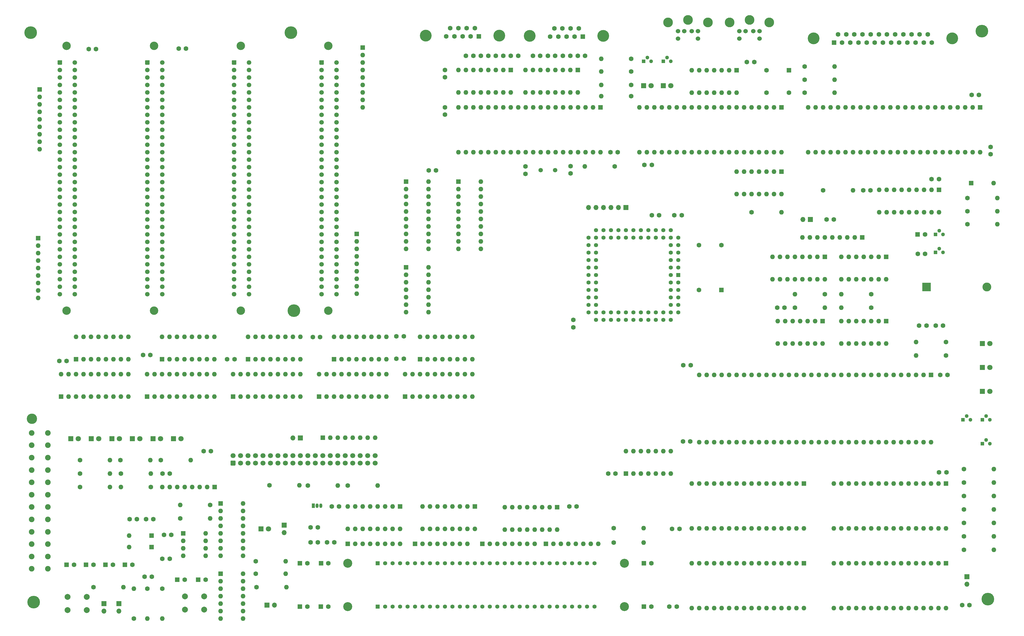
<source format=gbs>
G04 #@! TF.GenerationSoftware,KiCad,Pcbnew,(5.1.10)-1*
G04 #@! TF.CreationDate,2021-09-08T15:57:07+01:00*
G04 #@! TF.ProjectId,yddraig,79646472-6169-4672-9e6b-696361645f70,rev?*
G04 #@! TF.SameCoordinates,Original*
G04 #@! TF.FileFunction,Soldermask,Bot*
G04 #@! TF.FilePolarity,Negative*
%FSLAX46Y46*%
G04 Gerber Fmt 4.6, Leading zero omitted, Abs format (unit mm)*
G04 Created by KiCad (PCBNEW (5.1.10)-1) date 2021-09-08 15:57:07*
%MOMM*%
%LPD*%
G01*
G04 APERTURE LIST*
%ADD10O,1.600000X1.600000*%
%ADD11C,1.600000*%
%ADD12R,1.050000X1.500000*%
%ADD13O,1.050000X1.500000*%
%ADD14C,2.000000*%
%ADD15R,1.600000X1.600000*%
%ADD16C,3.048000*%
%ADD17C,1.397000*%
%ADD18R,1.397000X1.397000*%
%ADD19C,4.300000*%
%ADD20R,3.000000X3.000000*%
%ADD21C,3.000000*%
%ADD22C,1.422400*%
%ADD23R,1.422400X1.422400*%
%ADD24C,2.850000*%
%ADD25C,1.550000*%
%ADD26C,1.500000*%
%ADD27R,1.300000X1.300000*%
%ADD28C,1.300000*%
%ADD29C,1.700000*%
%ADD30O,1.700000X1.700000*%
%ADD31R,1.700000X1.700000*%
%ADD32C,4.000000*%
%ADD33C,3.300000*%
%ADD34C,1.524000*%
%ADD35C,3.505200*%
%ADD36C,1.905000*%
%ADD37C,1.800000*%
%ADD38R,1.800000X1.800000*%
G04 APERTURE END LIST*
D10*
X156760000Y-205700000D03*
D11*
X146600000Y-205700000D03*
D12*
X161560000Y-212600000D03*
D13*
X164100000Y-212600000D03*
X162830000Y-212600000D03*
D14*
X124460000Y-243404000D03*
X124460000Y-247904000D03*
X117960000Y-243404000D03*
X117960000Y-247904000D03*
X84582000Y-243586000D03*
X84582000Y-248086000D03*
X78082000Y-243586000D03*
X78082000Y-248086000D03*
D11*
X112736000Y-230632000D03*
X110236000Y-230632000D03*
D10*
X387985000Y-92456000D03*
X329565000Y-77216000D03*
X385445000Y-92456000D03*
X332105000Y-77216000D03*
X382905000Y-92456000D03*
X334645000Y-77216000D03*
X380365000Y-92456000D03*
X337185000Y-77216000D03*
X377825000Y-92456000D03*
X339725000Y-77216000D03*
X375285000Y-92456000D03*
X342265000Y-77216000D03*
X372745000Y-92456000D03*
X344805000Y-77216000D03*
X370205000Y-92456000D03*
X347345000Y-77216000D03*
X367665000Y-92456000D03*
X349885000Y-77216000D03*
X365125000Y-92456000D03*
X352425000Y-77216000D03*
X362585000Y-92456000D03*
X354965000Y-77216000D03*
X360045000Y-92456000D03*
X357505000Y-77216000D03*
X357505000Y-92456000D03*
X360045000Y-77216000D03*
X354965000Y-92456000D03*
X362585000Y-77216000D03*
X352425000Y-92456000D03*
X365125000Y-77216000D03*
X349885000Y-92456000D03*
X367665000Y-77216000D03*
X347345000Y-92456000D03*
X370205000Y-77216000D03*
X344805000Y-92456000D03*
X372745000Y-77216000D03*
X342265000Y-92456000D03*
X375285000Y-77216000D03*
X339725000Y-92456000D03*
X377825000Y-77216000D03*
X337185000Y-92456000D03*
X380365000Y-77216000D03*
X334645000Y-92456000D03*
X382905000Y-77216000D03*
X332105000Y-92456000D03*
X385445000Y-77216000D03*
X329565000Y-92456000D03*
D15*
X387985000Y-77216000D03*
D16*
X173228000Y-232156000D03*
X267208000Y-232156000D03*
D17*
X257048000Y-232156000D03*
X254508000Y-232156000D03*
X251968000Y-232156000D03*
X249428000Y-232156000D03*
X246888000Y-232156000D03*
X244348000Y-232156000D03*
X241808000Y-232156000D03*
X239268000Y-232156000D03*
X236728000Y-232156000D03*
X234188000Y-232156000D03*
X231648000Y-232156000D03*
X229108000Y-232156000D03*
X226568000Y-232156000D03*
X224028000Y-232156000D03*
X221488000Y-232156000D03*
X218948000Y-232156000D03*
X216408000Y-232156000D03*
X213868000Y-232156000D03*
X211328000Y-232156000D03*
X208788000Y-232156000D03*
X206248000Y-232156000D03*
X203708000Y-232156000D03*
X201168000Y-232156000D03*
X198628000Y-232156000D03*
X196088000Y-232156000D03*
X193548000Y-232156000D03*
X191008000Y-232156000D03*
X188468000Y-232156000D03*
X185928000Y-232156000D03*
D18*
X183388000Y-232156000D03*
D11*
X375434000Y-151384000D03*
X372934000Y-151384000D03*
X369784000Y-151384000D03*
X367284000Y-151384000D03*
D10*
X183388000Y-205740000D03*
D11*
X173228000Y-205740000D03*
D10*
X191008000Y-225552000D03*
X188468000Y-225552000D03*
X185928000Y-225552000D03*
X183388000Y-225552000D03*
X180848000Y-225552000D03*
X178308000Y-225552000D03*
X175768000Y-225552000D03*
D15*
X173228000Y-225552000D03*
D10*
X258318000Y-225552000D03*
X255778000Y-225552000D03*
X253238000Y-225552000D03*
X250698000Y-225552000D03*
X248158000Y-225552000D03*
X245618000Y-225552000D03*
X243078000Y-225552000D03*
D15*
X240538000Y-225552000D03*
D10*
X213868000Y-225552000D03*
X211328000Y-225552000D03*
X208788000Y-225552000D03*
X206248000Y-225552000D03*
X203708000Y-225552000D03*
X201168000Y-225552000D03*
X198628000Y-225552000D03*
D15*
X196088000Y-225552000D03*
D10*
X236728000Y-225552000D03*
X234188000Y-225552000D03*
X231648000Y-225552000D03*
X229108000Y-225552000D03*
X226568000Y-225552000D03*
X224028000Y-225552000D03*
X221488000Y-225552000D03*
D15*
X218948000Y-225552000D03*
D10*
X110236000Y-206248000D03*
X112776000Y-206248000D03*
X115316000Y-206248000D03*
X117856000Y-206248000D03*
X120396000Y-206248000D03*
X122936000Y-206248000D03*
X125476000Y-206248000D03*
D15*
X128016000Y-206248000D03*
D10*
X182499000Y-189484000D03*
X179959000Y-189484000D03*
X177419000Y-189484000D03*
X174879000Y-189484000D03*
X172339000Y-189484000D03*
X169799000Y-189484000D03*
X167259000Y-189484000D03*
D15*
X164719000Y-189484000D03*
D11*
X246293000Y-59690000D03*
X248793000Y-59690000D03*
D19*
X153924000Y-51816000D03*
X154940000Y-146304000D03*
X388620000Y-51308000D03*
X390652000Y-244348000D03*
X66548000Y-245364000D03*
X65532000Y-51816000D03*
D10*
X356108000Y-157480000D03*
X340868000Y-149860000D03*
X353568000Y-157480000D03*
X343408000Y-149860000D03*
X351028000Y-157480000D03*
X345948000Y-149860000D03*
X348488000Y-157480000D03*
X348488000Y-149860000D03*
X345948000Y-157480000D03*
X351028000Y-149860000D03*
X343408000Y-157480000D03*
X353568000Y-149860000D03*
X340868000Y-157480000D03*
D15*
X356108000Y-149860000D03*
D10*
X334518000Y-157480000D03*
X319278000Y-149860000D03*
X331978000Y-157480000D03*
X321818000Y-149860000D03*
X329438000Y-157480000D03*
X324358000Y-149860000D03*
X326898000Y-157480000D03*
X326898000Y-149860000D03*
X324358000Y-157480000D03*
X329438000Y-149860000D03*
X321818000Y-157480000D03*
X331978000Y-149860000D03*
X319278000Y-157480000D03*
D15*
X334518000Y-149860000D03*
D10*
X320548000Y-106680000D03*
X305308000Y-99060000D03*
X318008000Y-106680000D03*
X307848000Y-99060000D03*
X315468000Y-106680000D03*
X310388000Y-99060000D03*
X312928000Y-106680000D03*
X312928000Y-99060000D03*
X310388000Y-106680000D03*
X315468000Y-99060000D03*
X307848000Y-106680000D03*
X318008000Y-99060000D03*
X305308000Y-106680000D03*
D15*
X320548000Y-99060000D03*
D10*
X169799000Y-205740000D03*
D11*
X159639000Y-205740000D03*
D20*
X369781000Y-138303000D03*
D21*
X390271000Y-138303000D03*
D10*
X273685000Y-225171000D03*
D11*
X263525000Y-225171000D03*
D22*
X280416000Y-149479000D03*
X277876000Y-149479000D03*
X275336000Y-149479000D03*
X272796000Y-149479000D03*
X270256000Y-149479000D03*
X267716000Y-149479000D03*
X265176000Y-149479000D03*
X262636000Y-149479000D03*
X260096000Y-149479000D03*
X257556000Y-149479000D03*
X280416000Y-146939000D03*
X277876000Y-146939000D03*
X275336000Y-146939000D03*
X272796000Y-146939000D03*
X270256000Y-146939000D03*
X267716000Y-146939000D03*
X265176000Y-146939000D03*
X262636000Y-146939000D03*
X260096000Y-146939000D03*
X257556000Y-146939000D03*
X255016000Y-146939000D03*
X255016000Y-144399000D03*
X255016000Y-141859000D03*
X255016000Y-139319000D03*
X255016000Y-136779000D03*
X255016000Y-134239000D03*
X255016000Y-131699000D03*
X255016000Y-129159000D03*
X255016000Y-126619000D03*
X255016000Y-124079000D03*
X255016000Y-121539000D03*
X257556000Y-144399000D03*
X257556000Y-141859000D03*
X257556000Y-139319000D03*
X257556000Y-136779000D03*
X257556000Y-134239000D03*
X257556000Y-131699000D03*
X257556000Y-129159000D03*
X257556000Y-126619000D03*
X257556000Y-124079000D03*
X257556000Y-121539000D03*
X257556000Y-118999000D03*
X260096000Y-118999000D03*
X262636000Y-118999000D03*
X265176000Y-118999000D03*
X267716000Y-118999000D03*
X270256000Y-118999000D03*
X272796000Y-118999000D03*
X275336000Y-118999000D03*
X277876000Y-118999000D03*
X280416000Y-118999000D03*
X282956000Y-118999000D03*
X260096000Y-121539000D03*
X262636000Y-121539000D03*
X265176000Y-121539000D03*
X267716000Y-121539000D03*
X270256000Y-121539000D03*
X272796000Y-121539000D03*
X275336000Y-121539000D03*
X277876000Y-121539000D03*
X280416000Y-121539000D03*
X282956000Y-121539000D03*
X285496000Y-146939000D03*
X285496000Y-144399000D03*
X285496000Y-141859000D03*
X285496000Y-139319000D03*
X285496000Y-136779000D03*
X285496000Y-121539000D03*
X285496000Y-124079000D03*
X285496000Y-126619000D03*
X285496000Y-129159000D03*
X285496000Y-131699000D03*
D23*
X285496000Y-134239000D03*
D22*
X282956000Y-149479000D03*
X282956000Y-146939000D03*
X282956000Y-144399000D03*
X282956000Y-141859000D03*
X282956000Y-139319000D03*
X282956000Y-136779000D03*
X282956000Y-124079000D03*
X282956000Y-126619000D03*
X282956000Y-129159000D03*
X282956000Y-131699000D03*
X282956000Y-134239000D03*
D10*
X320548000Y-92456000D03*
X272288000Y-77216000D03*
X318008000Y-92456000D03*
X274828000Y-77216000D03*
X315468000Y-92456000D03*
X277368000Y-77216000D03*
X312928000Y-92456000D03*
X279908000Y-77216000D03*
X310388000Y-92456000D03*
X282448000Y-77216000D03*
X307848000Y-92456000D03*
X284988000Y-77216000D03*
X305308000Y-92456000D03*
X287528000Y-77216000D03*
X302768000Y-92456000D03*
X290068000Y-77216000D03*
X300228000Y-92456000D03*
X292608000Y-77216000D03*
X297688000Y-92456000D03*
X295148000Y-77216000D03*
X295148000Y-92456000D03*
X297688000Y-77216000D03*
X292608000Y-92456000D03*
X300228000Y-77216000D03*
X290068000Y-92456000D03*
X302768000Y-77216000D03*
X287528000Y-92456000D03*
X305308000Y-77216000D03*
X284988000Y-92456000D03*
X307848000Y-77216000D03*
X282448000Y-92456000D03*
X310388000Y-77216000D03*
X279908000Y-92456000D03*
X312928000Y-77216000D03*
X277368000Y-92456000D03*
X315468000Y-77216000D03*
X274828000Y-92456000D03*
X318008000Y-77216000D03*
X272288000Y-92456000D03*
D15*
X320548000Y-77216000D03*
D24*
X166578000Y-146346000D03*
X166578000Y-56346000D03*
D25*
X169418000Y-140716000D03*
X169418000Y-138176000D03*
X169418000Y-135636000D03*
X169418000Y-133096000D03*
X169418000Y-130556000D03*
X169418000Y-128016000D03*
X169418000Y-125476000D03*
X169418000Y-122936000D03*
X169418000Y-120396000D03*
X169418000Y-117856000D03*
X169418000Y-115316000D03*
X169418000Y-112776000D03*
X169418000Y-110236000D03*
X169418000Y-107696000D03*
X169418000Y-105156000D03*
X169418000Y-102616000D03*
X169418000Y-100076000D03*
X169418000Y-97536000D03*
X169418000Y-94996000D03*
X169418000Y-92456000D03*
X169418000Y-89916000D03*
X169418000Y-87376000D03*
X169418000Y-84836000D03*
X169418000Y-82296000D03*
X169418000Y-79756000D03*
X169418000Y-77216000D03*
X169418000Y-74676000D03*
X169418000Y-72136000D03*
X169418000Y-69596000D03*
X169418000Y-67056000D03*
X169418000Y-64516000D03*
X169418000Y-61976000D03*
X164338000Y-140716000D03*
X164338000Y-138176000D03*
X164338000Y-135636000D03*
X164338000Y-133096000D03*
X164338000Y-130556000D03*
X164338000Y-128016000D03*
X164338000Y-125476000D03*
X164338000Y-122936000D03*
X164338000Y-120396000D03*
X164338000Y-117856000D03*
X164338000Y-115316000D03*
X164338000Y-112776000D03*
X164338000Y-110236000D03*
X164338000Y-107696000D03*
X164338000Y-105156000D03*
X164338000Y-102616000D03*
X164338000Y-100076000D03*
X164338000Y-97536000D03*
X164338000Y-94996000D03*
X164338000Y-92456000D03*
X164338000Y-89916000D03*
X164338000Y-87376000D03*
X164338000Y-84836000D03*
X164338000Y-82296000D03*
X164338000Y-79756000D03*
X164338000Y-77216000D03*
X164338000Y-74676000D03*
X164338000Y-72136000D03*
X164338000Y-69596000D03*
X164338000Y-67056000D03*
X164338000Y-64516000D03*
G36*
G01*
X163563000Y-62501002D02*
X163563000Y-61450998D01*
G75*
G02*
X163812998Y-61201000I249998J0D01*
G01*
X164863002Y-61201000D01*
G75*
G02*
X165113000Y-61450998I0J-249998D01*
G01*
X165113000Y-62501002D01*
G75*
G02*
X164863002Y-62751000I-249998J0D01*
G01*
X163812998Y-62751000D01*
G75*
G02*
X163563000Y-62501002I0J249998D01*
G01*
G37*
D10*
X328168000Y-247396000D03*
X290068000Y-232156000D03*
X325628000Y-247396000D03*
X292608000Y-232156000D03*
X323088000Y-247396000D03*
X295148000Y-232156000D03*
X320548000Y-247396000D03*
X297688000Y-232156000D03*
X318008000Y-247396000D03*
X300228000Y-232156000D03*
X315468000Y-247396000D03*
X302768000Y-232156000D03*
X312928000Y-247396000D03*
X305308000Y-232156000D03*
X310388000Y-247396000D03*
X307848000Y-232156000D03*
X307848000Y-247396000D03*
X310388000Y-232156000D03*
X305308000Y-247396000D03*
X312928000Y-232156000D03*
X302768000Y-247396000D03*
X315468000Y-232156000D03*
X300228000Y-247396000D03*
X318008000Y-232156000D03*
X297688000Y-247396000D03*
X320548000Y-232156000D03*
X295148000Y-247396000D03*
X323088000Y-232156000D03*
X292608000Y-247396000D03*
X325628000Y-232156000D03*
X290068000Y-247396000D03*
D15*
X328168000Y-232156000D03*
G36*
G01*
X133845000Y-62501002D02*
X133845000Y-61450998D01*
G75*
G02*
X134094998Y-61201000I249998J0D01*
G01*
X135145002Y-61201000D01*
G75*
G02*
X135395000Y-61450998I0J-249998D01*
G01*
X135395000Y-62501002D01*
G75*
G02*
X135145002Y-62751000I-249998J0D01*
G01*
X134094998Y-62751000D01*
G75*
G02*
X133845000Y-62501002I0J249998D01*
G01*
G37*
D25*
X134620000Y-64516000D03*
X134620000Y-67056000D03*
X134620000Y-69596000D03*
X134620000Y-72136000D03*
X134620000Y-74676000D03*
X134620000Y-77216000D03*
X134620000Y-79756000D03*
X134620000Y-82296000D03*
X134620000Y-84836000D03*
X134620000Y-87376000D03*
X134620000Y-89916000D03*
X134620000Y-92456000D03*
X134620000Y-94996000D03*
X134620000Y-97536000D03*
X134620000Y-100076000D03*
X134620000Y-102616000D03*
X134620000Y-105156000D03*
X134620000Y-107696000D03*
X134620000Y-110236000D03*
X134620000Y-112776000D03*
X134620000Y-115316000D03*
X134620000Y-117856000D03*
X134620000Y-120396000D03*
X134620000Y-122936000D03*
X134620000Y-125476000D03*
X134620000Y-128016000D03*
X134620000Y-130556000D03*
X134620000Y-133096000D03*
X134620000Y-135636000D03*
X134620000Y-138176000D03*
X134620000Y-140716000D03*
X139700000Y-61976000D03*
X139700000Y-64516000D03*
X139700000Y-67056000D03*
X139700000Y-69596000D03*
X139700000Y-72136000D03*
X139700000Y-74676000D03*
X139700000Y-77216000D03*
X139700000Y-79756000D03*
X139700000Y-82296000D03*
X139700000Y-84836000D03*
X139700000Y-87376000D03*
X139700000Y-89916000D03*
X139700000Y-92456000D03*
X139700000Y-94996000D03*
X139700000Y-97536000D03*
X139700000Y-100076000D03*
X139700000Y-102616000D03*
X139700000Y-105156000D03*
X139700000Y-107696000D03*
X139700000Y-110236000D03*
X139700000Y-112776000D03*
X139700000Y-115316000D03*
X139700000Y-117856000D03*
X139700000Y-120396000D03*
X139700000Y-122936000D03*
X139700000Y-125476000D03*
X139700000Y-128016000D03*
X139700000Y-130556000D03*
X139700000Y-133096000D03*
X139700000Y-135636000D03*
X139700000Y-138176000D03*
X139700000Y-140716000D03*
D24*
X136860000Y-56346000D03*
X136860000Y-146346000D03*
X107396000Y-146346000D03*
X107396000Y-56346000D03*
D25*
X110236000Y-140716000D03*
X110236000Y-138176000D03*
X110236000Y-135636000D03*
X110236000Y-133096000D03*
X110236000Y-130556000D03*
X110236000Y-128016000D03*
X110236000Y-125476000D03*
X110236000Y-122936000D03*
X110236000Y-120396000D03*
X110236000Y-117856000D03*
X110236000Y-115316000D03*
X110236000Y-112776000D03*
X110236000Y-110236000D03*
X110236000Y-107696000D03*
X110236000Y-105156000D03*
X110236000Y-102616000D03*
X110236000Y-100076000D03*
X110236000Y-97536000D03*
X110236000Y-94996000D03*
X110236000Y-92456000D03*
X110236000Y-89916000D03*
X110236000Y-87376000D03*
X110236000Y-84836000D03*
X110236000Y-82296000D03*
X110236000Y-79756000D03*
X110236000Y-77216000D03*
X110236000Y-74676000D03*
X110236000Y-72136000D03*
X110236000Y-69596000D03*
X110236000Y-67056000D03*
X110236000Y-64516000D03*
X110236000Y-61976000D03*
X105156000Y-140716000D03*
X105156000Y-138176000D03*
X105156000Y-135636000D03*
X105156000Y-133096000D03*
X105156000Y-130556000D03*
X105156000Y-128016000D03*
X105156000Y-125476000D03*
X105156000Y-122936000D03*
X105156000Y-120396000D03*
X105156000Y-117856000D03*
X105156000Y-115316000D03*
X105156000Y-112776000D03*
X105156000Y-110236000D03*
X105156000Y-107696000D03*
X105156000Y-105156000D03*
X105156000Y-102616000D03*
X105156000Y-100076000D03*
X105156000Y-97536000D03*
X105156000Y-94996000D03*
X105156000Y-92456000D03*
X105156000Y-89916000D03*
X105156000Y-87376000D03*
X105156000Y-84836000D03*
X105156000Y-82296000D03*
X105156000Y-79756000D03*
X105156000Y-77216000D03*
X105156000Y-74676000D03*
X105156000Y-72136000D03*
X105156000Y-69596000D03*
X105156000Y-67056000D03*
X105156000Y-64516000D03*
G36*
G01*
X104381000Y-62501002D02*
X104381000Y-61450998D01*
G75*
G02*
X104630998Y-61201000I249998J0D01*
G01*
X105681002Y-61201000D01*
G75*
G02*
X105931000Y-61450998I0J-249998D01*
G01*
X105931000Y-62501002D01*
G75*
G02*
X105681002Y-62751000I-249998J0D01*
G01*
X104630998Y-62751000D01*
G75*
G02*
X104381000Y-62501002I0J249998D01*
G01*
G37*
D10*
X376428000Y-220345000D03*
X338328000Y-205105000D03*
X373888000Y-220345000D03*
X340868000Y-205105000D03*
X371348000Y-220345000D03*
X343408000Y-205105000D03*
X368808000Y-220345000D03*
X345948000Y-205105000D03*
X366268000Y-220345000D03*
X348488000Y-205105000D03*
X363728000Y-220345000D03*
X351028000Y-205105000D03*
X361188000Y-220345000D03*
X353568000Y-205105000D03*
X358648000Y-220345000D03*
X356108000Y-205105000D03*
X356108000Y-220345000D03*
X358648000Y-205105000D03*
X353568000Y-220345000D03*
X361188000Y-205105000D03*
X351028000Y-220345000D03*
X363728000Y-205105000D03*
X348488000Y-220345000D03*
X366268000Y-205105000D03*
X345948000Y-220345000D03*
X368808000Y-205105000D03*
X343408000Y-220345000D03*
X371348000Y-205105000D03*
X340868000Y-220345000D03*
X373888000Y-205105000D03*
X338328000Y-220345000D03*
D15*
X376428000Y-205105000D03*
D10*
X200660000Y-131572000D03*
X193040000Y-146812000D03*
X200660000Y-134112000D03*
X193040000Y-144272000D03*
X200660000Y-136652000D03*
X193040000Y-141732000D03*
X200660000Y-139192000D03*
X193040000Y-139192000D03*
X200660000Y-141732000D03*
X193040000Y-136652000D03*
X200660000Y-144272000D03*
X193040000Y-134112000D03*
X200660000Y-146812000D03*
D15*
X193040000Y-131572000D03*
D26*
X238760000Y-98552000D03*
X243660000Y-98552000D03*
D11*
X315468000Y-64643000D03*
X315468000Y-72263000D03*
X323088000Y-72263000D03*
D15*
X323088000Y-64643000D03*
D11*
X300101000Y-124079000D03*
X292481000Y-124079000D03*
X292481000Y-139319000D03*
D15*
X300101000Y-139319000D03*
D10*
X200660000Y-102489000D03*
X193040000Y-125349000D03*
X200660000Y-105029000D03*
X193040000Y-122809000D03*
X200660000Y-107569000D03*
X193040000Y-120269000D03*
X200660000Y-110109000D03*
X193040000Y-117729000D03*
X200660000Y-112649000D03*
X193040000Y-115189000D03*
X200660000Y-115189000D03*
X193040000Y-112649000D03*
X200660000Y-117729000D03*
X193040000Y-110109000D03*
X200660000Y-120269000D03*
X193040000Y-107569000D03*
X200660000Y-122809000D03*
X193040000Y-105029000D03*
X200660000Y-125349000D03*
D15*
X193040000Y-102489000D03*
D10*
X192659000Y-167894000D03*
X215519000Y-175514000D03*
X195199000Y-167894000D03*
X212979000Y-175514000D03*
X197739000Y-167894000D03*
X210439000Y-175514000D03*
X200279000Y-167894000D03*
X207899000Y-175514000D03*
X202819000Y-167894000D03*
X205359000Y-175514000D03*
X205359000Y-167894000D03*
X202819000Y-175514000D03*
X207899000Y-167894000D03*
X200279000Y-175514000D03*
X210439000Y-167894000D03*
X197739000Y-175514000D03*
X212979000Y-167894000D03*
X195199000Y-175514000D03*
X215519000Y-167894000D03*
D15*
X192659000Y-175514000D03*
D10*
X163449000Y-167894000D03*
X186309000Y-175514000D03*
X165989000Y-167894000D03*
X183769000Y-175514000D03*
X168529000Y-167894000D03*
X181229000Y-175514000D03*
X171069000Y-167894000D03*
X178689000Y-175514000D03*
X173609000Y-167894000D03*
X176149000Y-175514000D03*
X176149000Y-167894000D03*
X173609000Y-175514000D03*
X178689000Y-167894000D03*
X171069000Y-175514000D03*
X181229000Y-167894000D03*
X168529000Y-175514000D03*
X183769000Y-167894000D03*
X165989000Y-175514000D03*
X186309000Y-167894000D03*
D15*
X163449000Y-175514000D03*
D10*
X218440000Y-102489000D03*
X210820000Y-125349000D03*
X218440000Y-105029000D03*
X210820000Y-122809000D03*
X218440000Y-107569000D03*
X210820000Y-120269000D03*
X218440000Y-110109000D03*
X210820000Y-117729000D03*
X218440000Y-112649000D03*
X210820000Y-115189000D03*
X218440000Y-115189000D03*
X210820000Y-112649000D03*
X218440000Y-117729000D03*
X210820000Y-110109000D03*
X218440000Y-120269000D03*
X210820000Y-107569000D03*
X218440000Y-122809000D03*
X210820000Y-105029000D03*
X218440000Y-125349000D03*
D15*
X210820000Y-102489000D03*
D10*
X134239000Y-167894000D03*
X157099000Y-175514000D03*
X136779000Y-167894000D03*
X154559000Y-175514000D03*
X139319000Y-167894000D03*
X152019000Y-175514000D03*
X141859000Y-167894000D03*
X149479000Y-175514000D03*
X144399000Y-167894000D03*
X146939000Y-175514000D03*
X146939000Y-167894000D03*
X144399000Y-175514000D03*
X149479000Y-167894000D03*
X141859000Y-175514000D03*
X152019000Y-167894000D03*
X139319000Y-175514000D03*
X154559000Y-167894000D03*
X136779000Y-175514000D03*
X157099000Y-167894000D03*
D15*
X134239000Y-175514000D03*
D10*
X105029000Y-167894000D03*
X127889000Y-175514000D03*
X107569000Y-167894000D03*
X125349000Y-175514000D03*
X110109000Y-167894000D03*
X122809000Y-175514000D03*
X112649000Y-167894000D03*
X120269000Y-175514000D03*
X115189000Y-167894000D03*
X117729000Y-175514000D03*
X117729000Y-167894000D03*
X115189000Y-175514000D03*
X120269000Y-167894000D03*
X112649000Y-175514000D03*
X122809000Y-167894000D03*
X110109000Y-175514000D03*
X125349000Y-167894000D03*
X107569000Y-175514000D03*
X127889000Y-167894000D03*
D15*
X105029000Y-175514000D03*
D10*
X75819000Y-167894000D03*
X98679000Y-175514000D03*
X78359000Y-167894000D03*
X96139000Y-175514000D03*
X80899000Y-167894000D03*
X93599000Y-175514000D03*
X83439000Y-167894000D03*
X91059000Y-175514000D03*
X85979000Y-167894000D03*
X88519000Y-175514000D03*
X88519000Y-167894000D03*
X85979000Y-175514000D03*
X91059000Y-167894000D03*
X83439000Y-175514000D03*
X93599000Y-167894000D03*
X80899000Y-175514000D03*
X96139000Y-167894000D03*
X78359000Y-175514000D03*
X98679000Y-167894000D03*
D15*
X75819000Y-175514000D03*
D10*
X244348000Y-220726000D03*
X226568000Y-213106000D03*
X241808000Y-220726000D03*
X229108000Y-213106000D03*
X239268000Y-220726000D03*
X231648000Y-213106000D03*
X236728000Y-220726000D03*
X234188000Y-213106000D03*
X234188000Y-220726000D03*
X236728000Y-213106000D03*
X231648000Y-220726000D03*
X239268000Y-213106000D03*
X229108000Y-220726000D03*
X241808000Y-213106000D03*
X226568000Y-220726000D03*
D15*
X244348000Y-213106000D03*
D10*
X216408000Y-220472000D03*
X198628000Y-212852000D03*
X213868000Y-220472000D03*
X201168000Y-212852000D03*
X211328000Y-220472000D03*
X203708000Y-212852000D03*
X208788000Y-220472000D03*
X206248000Y-212852000D03*
X206248000Y-220472000D03*
X208788000Y-212852000D03*
X203708000Y-220472000D03*
X211328000Y-212852000D03*
X201168000Y-220472000D03*
X213868000Y-212852000D03*
X198628000Y-220472000D03*
D15*
X216408000Y-212852000D03*
D10*
X191008000Y-220472000D03*
X173228000Y-212852000D03*
X188468000Y-220472000D03*
X175768000Y-212852000D03*
X185928000Y-220472000D03*
X178308000Y-212852000D03*
X183388000Y-220472000D03*
X180848000Y-212852000D03*
X180848000Y-220472000D03*
X183388000Y-212852000D03*
X178308000Y-220472000D03*
X185928000Y-212852000D03*
X175768000Y-220472000D03*
X188468000Y-212852000D03*
X173228000Y-220472000D03*
D15*
X191008000Y-212852000D03*
D10*
X137668000Y-211836000D03*
X130048000Y-229616000D03*
X137668000Y-214376000D03*
X130048000Y-227076000D03*
X137668000Y-216916000D03*
X130048000Y-224536000D03*
X137668000Y-219456000D03*
X130048000Y-221996000D03*
X137668000Y-221996000D03*
X130048000Y-219456000D03*
X137668000Y-224536000D03*
X130048000Y-216916000D03*
X137668000Y-227076000D03*
X130048000Y-214376000D03*
X137668000Y-229616000D03*
D15*
X130048000Y-211836000D03*
X374015000Y-105283000D03*
D10*
X353695000Y-112903000D03*
X371475000Y-105283000D03*
X356235000Y-112903000D03*
X368935000Y-105283000D03*
X358775000Y-112903000D03*
X366395000Y-105283000D03*
X361315000Y-112903000D03*
X363855000Y-105283000D03*
X363855000Y-112903000D03*
X361315000Y-105283000D03*
X366395000Y-112903000D03*
X358775000Y-105283000D03*
X368935000Y-112903000D03*
X356235000Y-105283000D03*
X371475000Y-112903000D03*
X353695000Y-105283000D03*
X374015000Y-112903000D03*
X251333000Y-72136000D03*
X233553000Y-64516000D03*
X248793000Y-72136000D03*
X236093000Y-64516000D03*
X246253000Y-72136000D03*
X238633000Y-64516000D03*
X243713000Y-72136000D03*
X241173000Y-64516000D03*
X241173000Y-72136000D03*
X243713000Y-64516000D03*
X238633000Y-72136000D03*
X246253000Y-64516000D03*
X236093000Y-72136000D03*
X248793000Y-64516000D03*
X233553000Y-72136000D03*
D15*
X251333000Y-64516000D03*
D10*
X228600000Y-72136000D03*
X210820000Y-64516000D03*
X226060000Y-72136000D03*
X213360000Y-64516000D03*
X223520000Y-72136000D03*
X215900000Y-64516000D03*
X220980000Y-72136000D03*
X218440000Y-64516000D03*
X218440000Y-72136000D03*
X220980000Y-64516000D03*
X215900000Y-72136000D03*
X223520000Y-64516000D03*
X213360000Y-72136000D03*
X226060000Y-64516000D03*
X210820000Y-72136000D03*
D15*
X228600000Y-64516000D03*
D10*
X305308000Y-72263000D03*
X290068000Y-64643000D03*
X302768000Y-72263000D03*
X292608000Y-64643000D03*
X300228000Y-72263000D03*
X295148000Y-64643000D03*
X297688000Y-72263000D03*
X297688000Y-64643000D03*
X295148000Y-72263000D03*
X300228000Y-64643000D03*
X292608000Y-72263000D03*
X302768000Y-64643000D03*
X290068000Y-72263000D03*
D15*
X305308000Y-64643000D03*
D10*
X259080000Y-92456000D03*
X210820000Y-77216000D03*
X256540000Y-92456000D03*
X213360000Y-77216000D03*
X254000000Y-92456000D03*
X215900000Y-77216000D03*
X251460000Y-92456000D03*
X218440000Y-77216000D03*
X248920000Y-92456000D03*
X220980000Y-77216000D03*
X246380000Y-92456000D03*
X223520000Y-77216000D03*
X243840000Y-92456000D03*
X226060000Y-77216000D03*
X241300000Y-92456000D03*
X228600000Y-77216000D03*
X238760000Y-92456000D03*
X231140000Y-77216000D03*
X236220000Y-92456000D03*
X233680000Y-77216000D03*
X233680000Y-92456000D03*
X236220000Y-77216000D03*
X231140000Y-92456000D03*
X238760000Y-77216000D03*
X228600000Y-92456000D03*
X241300000Y-77216000D03*
X226060000Y-92456000D03*
X243840000Y-77216000D03*
X223520000Y-92456000D03*
X246380000Y-77216000D03*
X220980000Y-92456000D03*
X248920000Y-77216000D03*
X218440000Y-92456000D03*
X251460000Y-77216000D03*
X215900000Y-92456000D03*
X254000000Y-77216000D03*
X213360000Y-92456000D03*
X256540000Y-77216000D03*
X210820000Y-92456000D03*
D15*
X259080000Y-77216000D03*
D10*
X335280000Y-135636000D03*
X317500000Y-128016000D03*
X332740000Y-135636000D03*
X320040000Y-128016000D03*
X330200000Y-135636000D03*
X322580000Y-128016000D03*
X327660000Y-135636000D03*
X325120000Y-128016000D03*
X325120000Y-135636000D03*
X327660000Y-128016000D03*
X322580000Y-135636000D03*
X330200000Y-128016000D03*
X320040000Y-135636000D03*
X332740000Y-128016000D03*
X317500000Y-135636000D03*
D15*
X335280000Y-128016000D03*
D10*
X356108000Y-135636000D03*
X340868000Y-128016000D03*
X353568000Y-135636000D03*
X343408000Y-128016000D03*
X351028000Y-135636000D03*
X345948000Y-128016000D03*
X348488000Y-135636000D03*
X348488000Y-128016000D03*
X345948000Y-135636000D03*
X351028000Y-128016000D03*
X343408000Y-135636000D03*
X353568000Y-128016000D03*
X340868000Y-135636000D03*
D15*
X356108000Y-128016000D03*
D10*
X328168000Y-220345000D03*
X290068000Y-205105000D03*
X325628000Y-220345000D03*
X292608000Y-205105000D03*
X323088000Y-220345000D03*
X295148000Y-205105000D03*
X320548000Y-220345000D03*
X297688000Y-205105000D03*
X318008000Y-220345000D03*
X300228000Y-205105000D03*
X315468000Y-220345000D03*
X302768000Y-205105000D03*
X312928000Y-220345000D03*
X305308000Y-205105000D03*
X310388000Y-220345000D03*
X307848000Y-205105000D03*
X307848000Y-220345000D03*
X310388000Y-205105000D03*
X305308000Y-220345000D03*
X312928000Y-205105000D03*
X302768000Y-220345000D03*
X315468000Y-205105000D03*
X300228000Y-220345000D03*
X318008000Y-205105000D03*
X297688000Y-220345000D03*
X320548000Y-205105000D03*
X295148000Y-220345000D03*
X323088000Y-205105000D03*
X292608000Y-220345000D03*
X325628000Y-205105000D03*
X290068000Y-220345000D03*
D15*
X328168000Y-205105000D03*
D10*
X376428000Y-247396000D03*
X338328000Y-232156000D03*
X373888000Y-247396000D03*
X340868000Y-232156000D03*
X371348000Y-247396000D03*
X343408000Y-232156000D03*
X368808000Y-247396000D03*
X345948000Y-232156000D03*
X366268000Y-247396000D03*
X348488000Y-232156000D03*
X363728000Y-247396000D03*
X351028000Y-232156000D03*
X361188000Y-247396000D03*
X353568000Y-232156000D03*
X358648000Y-247396000D03*
X356108000Y-232156000D03*
X356108000Y-247396000D03*
X358648000Y-232156000D03*
X353568000Y-247396000D03*
X361188000Y-232156000D03*
X351028000Y-247396000D03*
X363728000Y-232156000D03*
X348488000Y-247396000D03*
X366268000Y-232156000D03*
X345948000Y-247396000D03*
X368808000Y-232156000D03*
X343408000Y-247396000D03*
X371348000Y-232156000D03*
X340868000Y-247396000D03*
X373888000Y-232156000D03*
X338328000Y-247396000D03*
D15*
X376428000Y-232156000D03*
D10*
X267716000Y-194056000D03*
X282956000Y-201676000D03*
X270256000Y-194056000D03*
X280416000Y-201676000D03*
X272796000Y-194056000D03*
X277876000Y-201676000D03*
X275336000Y-194056000D03*
X275336000Y-201676000D03*
X277876000Y-194056000D03*
X272796000Y-201676000D03*
X280416000Y-194056000D03*
X270256000Y-201676000D03*
X282956000Y-194056000D03*
D15*
X267716000Y-201676000D03*
D10*
X371348000Y-191008000D03*
X292608000Y-168148000D03*
X368808000Y-191008000D03*
X295148000Y-168148000D03*
X366268000Y-191008000D03*
X297688000Y-168148000D03*
X363728000Y-191008000D03*
X300228000Y-168148000D03*
X361188000Y-191008000D03*
X302768000Y-168148000D03*
X358648000Y-191008000D03*
X305308000Y-168148000D03*
X356108000Y-191008000D03*
X307848000Y-168148000D03*
X353568000Y-191008000D03*
X310388000Y-168148000D03*
X351028000Y-191008000D03*
X312928000Y-168148000D03*
X348488000Y-191008000D03*
X315468000Y-168148000D03*
X345948000Y-191008000D03*
X318008000Y-168148000D03*
X343408000Y-191008000D03*
X320548000Y-168148000D03*
X340868000Y-191008000D03*
X323088000Y-168148000D03*
X338328000Y-191008000D03*
X325628000Y-168148000D03*
X335788000Y-191008000D03*
X328168000Y-168148000D03*
X333248000Y-191008000D03*
X330708000Y-168148000D03*
X330708000Y-191008000D03*
X333248000Y-168148000D03*
X328168000Y-191008000D03*
X335788000Y-168148000D03*
X325628000Y-191008000D03*
X338328000Y-168148000D03*
X323088000Y-191008000D03*
X340868000Y-168148000D03*
X320548000Y-191008000D03*
X343408000Y-168148000D03*
X318008000Y-191008000D03*
X345948000Y-168148000D03*
X315468000Y-191008000D03*
X348488000Y-168148000D03*
X312928000Y-191008000D03*
X351028000Y-168148000D03*
X310388000Y-191008000D03*
X353568000Y-168148000D03*
X307848000Y-191008000D03*
X356108000Y-168148000D03*
X305308000Y-191008000D03*
X358648000Y-168148000D03*
X302768000Y-191008000D03*
X361188000Y-168148000D03*
X300228000Y-191008000D03*
X363728000Y-168148000D03*
X297688000Y-191008000D03*
X366268000Y-168148000D03*
X295148000Y-191008000D03*
X368808000Y-168148000D03*
X292608000Y-191008000D03*
D15*
X371348000Y-168148000D03*
D10*
X124968000Y-221996000D03*
X117348000Y-229616000D03*
X124968000Y-224536000D03*
X117348000Y-227076000D03*
X124968000Y-227076000D03*
X117348000Y-224536000D03*
X124968000Y-229616000D03*
D15*
X117348000Y-221996000D03*
D10*
X137668000Y-235712000D03*
X130048000Y-250952000D03*
X137668000Y-238252000D03*
X130048000Y-248412000D03*
X137668000Y-240792000D03*
X130048000Y-245872000D03*
X137668000Y-243332000D03*
X130048000Y-243332000D03*
X137668000Y-245872000D03*
X130048000Y-240792000D03*
X137668000Y-248412000D03*
X130048000Y-238252000D03*
X137668000Y-250952000D03*
D15*
X130048000Y-235712000D03*
D10*
X68580000Y-91440000D03*
X68580000Y-88900000D03*
X68580000Y-86360000D03*
X68580000Y-83820000D03*
X68580000Y-81280000D03*
X68580000Y-78740000D03*
X68580000Y-76200000D03*
X68580000Y-73660000D03*
D15*
X68580000Y-71120000D03*
D10*
X178308000Y-77216000D03*
X178308000Y-74676000D03*
X178308000Y-72136000D03*
X178308000Y-69596000D03*
X178308000Y-67056000D03*
X178308000Y-64516000D03*
X178308000Y-61976000D03*
X178308000Y-59436000D03*
D15*
X178308000Y-56896000D03*
D10*
X197739000Y-155194000D03*
X215519000Y-162814000D03*
X200279000Y-155194000D03*
X212979000Y-162814000D03*
X202819000Y-155194000D03*
X210439000Y-162814000D03*
X205359000Y-155194000D03*
X207899000Y-162814000D03*
X207899000Y-155194000D03*
X205359000Y-162814000D03*
X210439000Y-155194000D03*
X202819000Y-162814000D03*
X212979000Y-155194000D03*
X200279000Y-162814000D03*
X215519000Y-155194000D03*
D15*
X197739000Y-162814000D03*
D10*
X168529000Y-155194000D03*
X186309000Y-162814000D03*
X171069000Y-155194000D03*
X183769000Y-162814000D03*
X173609000Y-155194000D03*
X181229000Y-162814000D03*
X176149000Y-155194000D03*
X178689000Y-162814000D03*
X178689000Y-155194000D03*
X176149000Y-162814000D03*
X181229000Y-155194000D03*
X173609000Y-162814000D03*
X183769000Y-155194000D03*
X171069000Y-162814000D03*
X186309000Y-155194000D03*
D15*
X168529000Y-162814000D03*
D10*
X139319000Y-155194000D03*
X157099000Y-162814000D03*
X141859000Y-155194000D03*
X154559000Y-162814000D03*
X144399000Y-155194000D03*
X152019000Y-162814000D03*
X146939000Y-155194000D03*
X149479000Y-162814000D03*
X149479000Y-155194000D03*
X146939000Y-162814000D03*
X152019000Y-155194000D03*
X144399000Y-162814000D03*
X154559000Y-155194000D03*
X141859000Y-162814000D03*
X157099000Y-155194000D03*
D15*
X139319000Y-162814000D03*
D10*
X110109000Y-155194000D03*
X127889000Y-162814000D03*
X112649000Y-155194000D03*
X125349000Y-162814000D03*
X115189000Y-155194000D03*
X122809000Y-162814000D03*
X117729000Y-155194000D03*
X120269000Y-162814000D03*
X120269000Y-155194000D03*
X117729000Y-162814000D03*
X122809000Y-155194000D03*
X115189000Y-162814000D03*
X125349000Y-155194000D03*
X112649000Y-162814000D03*
X127889000Y-155194000D03*
D15*
X110109000Y-162814000D03*
D10*
X80899000Y-155194000D03*
X98679000Y-162814000D03*
X83439000Y-155194000D03*
X96139000Y-162814000D03*
X85979000Y-155194000D03*
X93599000Y-162814000D03*
X88519000Y-155194000D03*
X91059000Y-162814000D03*
X91059000Y-155194000D03*
X88519000Y-162814000D03*
X93599000Y-155194000D03*
X85979000Y-162814000D03*
X96139000Y-155194000D03*
X83439000Y-162814000D03*
X98679000Y-155194000D03*
D15*
X80899000Y-162814000D03*
D10*
X176276000Y-140589000D03*
X176276000Y-138049000D03*
X176276000Y-135509000D03*
X176276000Y-132969000D03*
X176276000Y-130429000D03*
X176276000Y-127889000D03*
X176276000Y-125349000D03*
X176276000Y-122809000D03*
D15*
X176276000Y-120269000D03*
D10*
X68072000Y-141986000D03*
X68072000Y-139446000D03*
X68072000Y-136906000D03*
X68072000Y-134366000D03*
X68072000Y-131826000D03*
X68072000Y-129286000D03*
X68072000Y-126746000D03*
X68072000Y-124206000D03*
D15*
X68072000Y-121666000D03*
D10*
X327660000Y-121412000D03*
X330200000Y-121412000D03*
X332740000Y-121412000D03*
X335280000Y-121412000D03*
X337820000Y-121412000D03*
X340360000Y-121412000D03*
X342900000Y-121412000D03*
X345440000Y-121412000D03*
D15*
X347980000Y-121412000D03*
D10*
X273685000Y-220218000D03*
D11*
X263525000Y-220218000D03*
D10*
X152400000Y-240284000D03*
D11*
X142240000Y-240284000D03*
D10*
X152146000Y-235712000D03*
D11*
X141986000Y-235712000D03*
D10*
X152146000Y-231521000D03*
D11*
X141986000Y-231521000D03*
D10*
X393827000Y-116967000D03*
D11*
X383667000Y-116967000D03*
D10*
X393827000Y-108077000D03*
D11*
X383667000Y-108077000D03*
D10*
X393827000Y-112522000D03*
D11*
X383667000Y-112522000D03*
D10*
X338582000Y-63373000D03*
D11*
X328422000Y-63373000D03*
D10*
X259334000Y-69596000D03*
D11*
X269494000Y-69596000D03*
D10*
X259334000Y-60706000D03*
D11*
X269494000Y-60706000D03*
D10*
X259334000Y-73406000D03*
D11*
X269494000Y-73406000D03*
D10*
X259334000Y-65024000D03*
D11*
X269494000Y-65024000D03*
D10*
X338582000Y-72263000D03*
D11*
X328422000Y-72263000D03*
D10*
X338582000Y-67818000D03*
D11*
X328422000Y-67818000D03*
D10*
X253746000Y-97282000D03*
D11*
X263906000Y-97282000D03*
D10*
X320548000Y-112903000D03*
D11*
X310388000Y-112903000D03*
D10*
X392684000Y-218440000D03*
D11*
X382524000Y-218440000D03*
D10*
X392684000Y-223012000D03*
D11*
X382524000Y-223012000D03*
D10*
X392684000Y-227584000D03*
D11*
X382524000Y-227584000D03*
D10*
X392684000Y-209296000D03*
D11*
X382524000Y-209296000D03*
D10*
X392684000Y-213868000D03*
D11*
X382524000Y-213868000D03*
D10*
X392684000Y-204724000D03*
D11*
X382524000Y-204724000D03*
D10*
X392684000Y-200152000D03*
D11*
X382524000Y-200152000D03*
D10*
X344805000Y-105410000D03*
D11*
X334645000Y-105410000D03*
D10*
X126492000Y-216916000D03*
D11*
X116332000Y-216916000D03*
D10*
X116332000Y-212344000D03*
D11*
X126492000Y-212344000D03*
D10*
X366268000Y-161544000D03*
D11*
X376428000Y-161544000D03*
D10*
X110236000Y-250952000D03*
D11*
X110236000Y-240792000D03*
D10*
X366268000Y-156972000D03*
D11*
X376428000Y-156972000D03*
D10*
X335280000Y-145288000D03*
D11*
X325120000Y-145288000D03*
D10*
X340868000Y-145288000D03*
D11*
X351028000Y-145288000D03*
D10*
X325120000Y-140716000D03*
D11*
X335280000Y-140716000D03*
D10*
X340868000Y-140716000D03*
D11*
X351028000Y-140716000D03*
D10*
X100584000Y-240792000D03*
D11*
X100584000Y-250952000D03*
D10*
X119888000Y-197104000D03*
D11*
X109728000Y-197104000D03*
D10*
X96139000Y-206248000D03*
D11*
X106299000Y-206248000D03*
D10*
X106299000Y-201676000D03*
D11*
X96139000Y-201676000D03*
D10*
X106172000Y-197104000D03*
D11*
X96012000Y-197104000D03*
D10*
X92456000Y-206248000D03*
D11*
X82296000Y-206248000D03*
D10*
X92456000Y-201676000D03*
D11*
X82296000Y-201676000D03*
D10*
X92456000Y-197104000D03*
D11*
X82296000Y-197104000D03*
D10*
X105156000Y-250952000D03*
D11*
X105156000Y-240792000D03*
D10*
X97028000Y-240284000D03*
D11*
X86868000Y-240284000D03*
D27*
X372872000Y-120396000D03*
D28*
X375412000Y-120396000D03*
X374142000Y-119126000D03*
D27*
X372872000Y-126492000D03*
D28*
X375412000Y-126492000D03*
X374142000Y-125222000D03*
D27*
X273685000Y-61595000D03*
D28*
X276225000Y-61595000D03*
X274955000Y-60325000D03*
D27*
X280416000Y-61595000D03*
D28*
X282956000Y-61595000D03*
X281686000Y-60325000D03*
D27*
X388747000Y-183388000D03*
D28*
X391287000Y-183388000D03*
X390017000Y-182118000D03*
D27*
X388747000Y-191516000D03*
D28*
X391287000Y-191516000D03*
X390017000Y-190246000D03*
D27*
X382143000Y-183388000D03*
D28*
X384683000Y-183388000D03*
X383413000Y-182118000D03*
D16*
X173228000Y-246888000D03*
X267208000Y-246888000D03*
D17*
X257048000Y-246888000D03*
X254508000Y-246888000D03*
X251968000Y-246888000D03*
X249428000Y-246888000D03*
X246888000Y-246888000D03*
X244348000Y-246888000D03*
X241808000Y-246888000D03*
X239268000Y-246888000D03*
X236728000Y-246888000D03*
X234188000Y-246888000D03*
X231648000Y-246888000D03*
X229108000Y-246888000D03*
X226568000Y-246888000D03*
X224028000Y-246888000D03*
X221488000Y-246888000D03*
X218948000Y-246888000D03*
X216408000Y-246888000D03*
X213868000Y-246888000D03*
X211328000Y-246888000D03*
X208788000Y-246888000D03*
X206248000Y-246888000D03*
X203708000Y-246888000D03*
X201168000Y-246888000D03*
X198628000Y-246888000D03*
X196088000Y-246888000D03*
X193548000Y-246888000D03*
X191008000Y-246888000D03*
X188468000Y-246888000D03*
X185928000Y-246888000D03*
D18*
X183388000Y-246888000D03*
D29*
X182499000Y-195580000D03*
X179959000Y-195580000D03*
X177419000Y-195580000D03*
X174879000Y-195580000D03*
X172339000Y-195580000D03*
X169799000Y-195580000D03*
X167259000Y-195580000D03*
X164719000Y-195580000D03*
X162179000Y-195580000D03*
X159639000Y-195580000D03*
X157099000Y-195580000D03*
X154559000Y-195580000D03*
X152019000Y-195580000D03*
X149479000Y-195580000D03*
X146939000Y-195580000D03*
X144399000Y-195580000D03*
X141859000Y-195580000D03*
X139319000Y-195580000D03*
X136779000Y-195580000D03*
X134239000Y-195580000D03*
X182499000Y-198120000D03*
X179959000Y-198120000D03*
X177419000Y-198120000D03*
X174879000Y-198120000D03*
X172339000Y-198120000D03*
X169799000Y-198120000D03*
X167259000Y-198120000D03*
X164719000Y-198120000D03*
X162179000Y-198120000D03*
X159639000Y-198120000D03*
X157099000Y-198120000D03*
X154559000Y-198120000D03*
X152019000Y-198120000D03*
X149479000Y-198120000D03*
X146939000Y-198120000D03*
X144399000Y-198120000D03*
X141859000Y-198120000D03*
X139319000Y-198120000D03*
X136779000Y-198120000D03*
G36*
G01*
X134839000Y-198970000D02*
X133639000Y-198970000D01*
G75*
G02*
X133389000Y-198720000I0J250000D01*
G01*
X133389000Y-197520000D01*
G75*
G02*
X133639000Y-197270000I250000J0D01*
G01*
X134839000Y-197270000D01*
G75*
G02*
X135089000Y-197520000I0J-250000D01*
G01*
X135089000Y-198720000D01*
G75*
G02*
X134839000Y-198970000I-250000J0D01*
G01*
G37*
D30*
X154559000Y-189611000D03*
D31*
X157099000Y-189611000D03*
D30*
X151638000Y-221742000D03*
D31*
X151638000Y-219202000D03*
D32*
X331439000Y-53825000D03*
X378539000Y-53825000D03*
D11*
X370224000Y-52405000D03*
X367454000Y-52405000D03*
X364684000Y-52405000D03*
X361914000Y-52405000D03*
X359144000Y-52405000D03*
X356374000Y-52405000D03*
X353604000Y-52405000D03*
X350834000Y-52405000D03*
X348064000Y-52405000D03*
X345294000Y-52405000D03*
X342524000Y-52405000D03*
X339754000Y-52405000D03*
X371609000Y-55245000D03*
X368839000Y-55245000D03*
X366069000Y-55245000D03*
X363299000Y-55245000D03*
X360529000Y-55245000D03*
X357759000Y-55245000D03*
X354989000Y-55245000D03*
X352219000Y-55245000D03*
X349449000Y-55245000D03*
X346679000Y-55245000D03*
X343909000Y-55245000D03*
X341139000Y-55245000D03*
D15*
X338369000Y-55245000D03*
D32*
X235023000Y-52913000D03*
X260023000Y-52913000D03*
D11*
X243368000Y-50373000D03*
X246138000Y-50373000D03*
X248908000Y-50373000D03*
X251678000Y-50373000D03*
X241983000Y-53213000D03*
X244753000Y-53213000D03*
X247523000Y-53213000D03*
X250293000Y-53213000D03*
D15*
X253063000Y-53213000D03*
D32*
X199705000Y-52832000D03*
X224705000Y-52832000D03*
D11*
X208050000Y-50292000D03*
X210820000Y-50292000D03*
X213590000Y-50292000D03*
X216360000Y-50292000D03*
X206665000Y-53132000D03*
X209435000Y-53132000D03*
X212205000Y-53132000D03*
X214975000Y-53132000D03*
D15*
X217745000Y-53132000D03*
D33*
X309656000Y-47548000D03*
D34*
X308356000Y-51348000D03*
X310956000Y-51348000D03*
X306256000Y-53848000D03*
X306256000Y-51348000D03*
X313056000Y-53848000D03*
X313056000Y-51348000D03*
D33*
X316406000Y-48348000D03*
X302906000Y-48348000D03*
X288769000Y-47548000D03*
D34*
X287469000Y-51348000D03*
X290069000Y-51348000D03*
X285369000Y-53848000D03*
X285369000Y-51348000D03*
X292169000Y-53848000D03*
X292169000Y-51348000D03*
D33*
X295519000Y-48348000D03*
X282019000Y-48348000D03*
D30*
X255016000Y-111252000D03*
X257556000Y-111252000D03*
X260096000Y-111252000D03*
X262636000Y-111252000D03*
X265176000Y-111252000D03*
D31*
X267716000Y-111252000D03*
D30*
X383540000Y-239268000D03*
D31*
X383540000Y-236728000D03*
D30*
X327787000Y-115316000D03*
D31*
X330327000Y-115316000D03*
D30*
X148336000Y-246380000D03*
D31*
X145796000Y-246380000D03*
D30*
X95504000Y-248412000D03*
D31*
X95504000Y-245872000D03*
D30*
X90424000Y-248412000D03*
D31*
X90424000Y-245872000D03*
D35*
X65976500Y-183106505D03*
D36*
X65874001Y-234069999D03*
X65874001Y-229870000D03*
X65874001Y-225670001D03*
X65874001Y-221470002D03*
X65874001Y-217270002D03*
X65874001Y-213070003D03*
X65874001Y-208870004D03*
X65874001Y-204670005D03*
X65874001Y-200470005D03*
X65874001Y-196270006D03*
X65874001Y-192070007D03*
X65874001Y-187870008D03*
X71374000Y-234069999D03*
X71374000Y-229870000D03*
X71374000Y-225670001D03*
X71374000Y-221470002D03*
X71374000Y-217270002D03*
X71374000Y-213070003D03*
X71374000Y-208870004D03*
X71374000Y-204670005D03*
X71374000Y-200470005D03*
X71374000Y-196270006D03*
X71374000Y-192070007D03*
X71374000Y-187870008D03*
D24*
X77678000Y-146346000D03*
X77678000Y-56346000D03*
D25*
X80518000Y-140716000D03*
X80518000Y-138176000D03*
X80518000Y-135636000D03*
X80518000Y-133096000D03*
X80518000Y-130556000D03*
X80518000Y-128016000D03*
X80518000Y-125476000D03*
X80518000Y-122936000D03*
X80518000Y-120396000D03*
X80518000Y-117856000D03*
X80518000Y-115316000D03*
X80518000Y-112776000D03*
X80518000Y-110236000D03*
X80518000Y-107696000D03*
X80518000Y-105156000D03*
X80518000Y-102616000D03*
X80518000Y-100076000D03*
X80518000Y-97536000D03*
X80518000Y-94996000D03*
X80518000Y-92456000D03*
X80518000Y-89916000D03*
X80518000Y-87376000D03*
X80518000Y-84836000D03*
X80518000Y-82296000D03*
X80518000Y-79756000D03*
X80518000Y-77216000D03*
X80518000Y-74676000D03*
X80518000Y-72136000D03*
X80518000Y-69596000D03*
X80518000Y-67056000D03*
X80518000Y-64516000D03*
X80518000Y-61976000D03*
X75438000Y-140716000D03*
X75438000Y-138176000D03*
X75438000Y-135636000D03*
X75438000Y-133096000D03*
X75438000Y-130556000D03*
X75438000Y-128016000D03*
X75438000Y-125476000D03*
X75438000Y-122936000D03*
X75438000Y-120396000D03*
X75438000Y-117856000D03*
X75438000Y-115316000D03*
X75438000Y-112776000D03*
X75438000Y-110236000D03*
X75438000Y-107696000D03*
X75438000Y-105156000D03*
X75438000Y-102616000D03*
X75438000Y-100076000D03*
X75438000Y-97536000D03*
X75438000Y-94996000D03*
X75438000Y-92456000D03*
X75438000Y-89916000D03*
X75438000Y-87376000D03*
X75438000Y-84836000D03*
X75438000Y-82296000D03*
X75438000Y-79756000D03*
X75438000Y-77216000D03*
X75438000Y-74676000D03*
X75438000Y-72136000D03*
X75438000Y-69596000D03*
X75438000Y-67056000D03*
X75438000Y-64516000D03*
G36*
G01*
X74663000Y-62501002D02*
X74663000Y-61450998D01*
G75*
G02*
X74912998Y-61201000I249998J0D01*
G01*
X75963002Y-61201000D01*
G75*
G02*
X76213000Y-61450998I0J-249998D01*
G01*
X76213000Y-62501002D01*
G75*
G02*
X75963002Y-62751000I-249998J0D01*
G01*
X74912998Y-62751000D01*
G75*
G02*
X74663000Y-62501002I0J249998D01*
G01*
G37*
D10*
X392557000Y-102997000D03*
D15*
X384937000Y-102997000D03*
D37*
X146304000Y-220472000D03*
D38*
X143764000Y-220472000D03*
D37*
X276225000Y-69850000D03*
D38*
X273685000Y-69850000D03*
D37*
X282956000Y-69850000D03*
D38*
X280416000Y-69850000D03*
D37*
X391287000Y-173736000D03*
D38*
X388747000Y-173736000D03*
D37*
X391287000Y-165608000D03*
D38*
X388747000Y-165608000D03*
D37*
X391287000Y-157480000D03*
D38*
X388747000Y-157480000D03*
D37*
X116586000Y-189865000D03*
D38*
X114046000Y-189865000D03*
D37*
X109601000Y-189865000D03*
D38*
X107061000Y-189865000D03*
D37*
X102616000Y-189865000D03*
D38*
X100076000Y-189865000D03*
D10*
X98933000Y-222758000D03*
D15*
X106553000Y-222758000D03*
D37*
X95631000Y-189865000D03*
D38*
X93091000Y-189865000D03*
D37*
X88646000Y-189865000D03*
D38*
X86106000Y-189865000D03*
D10*
X98933000Y-226695000D03*
D15*
X106553000Y-226695000D03*
D37*
X81661000Y-189865000D03*
D38*
X79121000Y-189865000D03*
D11*
X264922000Y-92456000D03*
X262422000Y-92456000D03*
X192238000Y-155067000D03*
X189738000Y-155067000D03*
X163830000Y-155321000D03*
X161330000Y-155321000D03*
X106172000Y-161417000D03*
X103672000Y-161417000D03*
X134747000Y-162814000D03*
X132247000Y-162814000D03*
X77724000Y-163449000D03*
X75224000Y-163449000D03*
X278979000Y-113919000D03*
X276479000Y-113919000D03*
X87731600Y-57404000D03*
X85231600Y-57404000D03*
X118273200Y-57251600D03*
X115773200Y-57251600D03*
X168656000Y-225044000D03*
X166156000Y-225044000D03*
X160568000Y-219964000D03*
X163068000Y-219964000D03*
X166584000Y-246888000D03*
D15*
X164084000Y-246888000D03*
D11*
X160568000Y-225044000D03*
X163068000Y-225044000D03*
X276312000Y-232156000D03*
D15*
X273812000Y-232156000D03*
D11*
X170267000Y-212852000D03*
X167767000Y-212852000D03*
X159472000Y-232156000D03*
D15*
X156972000Y-232156000D03*
D11*
X166624000Y-232156000D03*
D15*
X164124000Y-232156000D03*
D11*
X250952000Y-212852000D03*
X248452000Y-212852000D03*
X159472000Y-246888000D03*
D15*
X156972000Y-246888000D03*
D11*
X276312000Y-246888000D03*
D15*
X273812000Y-246888000D03*
D11*
X374040400Y-101600000D03*
X371540400Y-101600000D03*
X113284000Y-222504000D03*
X110784000Y-222504000D03*
X350774000Y-105410000D03*
X348274000Y-105410000D03*
X112776000Y-201676000D03*
X110276000Y-201676000D03*
X369276000Y-120396000D03*
D15*
X366776000Y-120396000D03*
D11*
X241173000Y-59690000D03*
X243673000Y-59690000D03*
X236093000Y-59690000D03*
X238593000Y-59690000D03*
X251333000Y-59690000D03*
X253833000Y-59690000D03*
X228600000Y-59690000D03*
X231100000Y-59690000D03*
X218440000Y-59690000D03*
X220940000Y-59690000D03*
X213360000Y-59690000D03*
X215860000Y-59690000D03*
X223520000Y-59690000D03*
X226020000Y-59690000D03*
X273979000Y-96774000D03*
X276479000Y-96774000D03*
X311277000Y-61849000D03*
X308777000Y-61849000D03*
X206248000Y-77216000D03*
X206248000Y-79716000D03*
X387604000Y-73025000D03*
X385104000Y-73025000D03*
X391566400Y-93167200D03*
X391566400Y-90667200D03*
X206248000Y-64516000D03*
X206248000Y-67016000D03*
X233553000Y-97322000D03*
X233553000Y-99822000D03*
X248920000Y-99695000D03*
X248920000Y-97195000D03*
X285877000Y-220472000D03*
X283377000Y-220472000D03*
X284948000Y-246888000D03*
X282448000Y-246888000D03*
X384389000Y-246380000D03*
X381889000Y-246380000D03*
X203200000Y-98679000D03*
X200700000Y-98679000D03*
X338328000Y-115316000D03*
X335828000Y-115316000D03*
X192238000Y-162687000D03*
X189738000Y-162687000D03*
X249809000Y-149479000D03*
X249809000Y-151979000D03*
X376936000Y-168148000D03*
X374436000Y-168148000D03*
X289560000Y-190754000D03*
X287060000Y-190754000D03*
X289687000Y-164846000D03*
X287187000Y-164846000D03*
X376555000Y-201295000D03*
X374055000Y-201295000D03*
X369316000Y-127000000D03*
X366816000Y-127000000D03*
X264160000Y-201676000D03*
X261660000Y-201676000D03*
X321564000Y-145288000D03*
X319064000Y-145288000D03*
X286639000Y-113919000D03*
X284139000Y-113919000D03*
X124928000Y-237744000D03*
D15*
X122428000Y-237744000D03*
D11*
X117816000Y-237744000D03*
D15*
X115316000Y-237744000D03*
D11*
X93432000Y-232664000D03*
D15*
X90932000Y-232664000D03*
D11*
X100036000Y-232664000D03*
D15*
X97536000Y-232664000D03*
D11*
X124246000Y-194056000D03*
X126746000Y-194056000D03*
X106680000Y-236728000D03*
X104180000Y-236728000D03*
X107188000Y-217170000D03*
X104688000Y-217170000D03*
X86828000Y-232664000D03*
D15*
X84328000Y-232664000D03*
D11*
X101600000Y-217170000D03*
X99100000Y-217170000D03*
X80224000Y-232664000D03*
D15*
X77724000Y-232664000D03*
M02*

</source>
